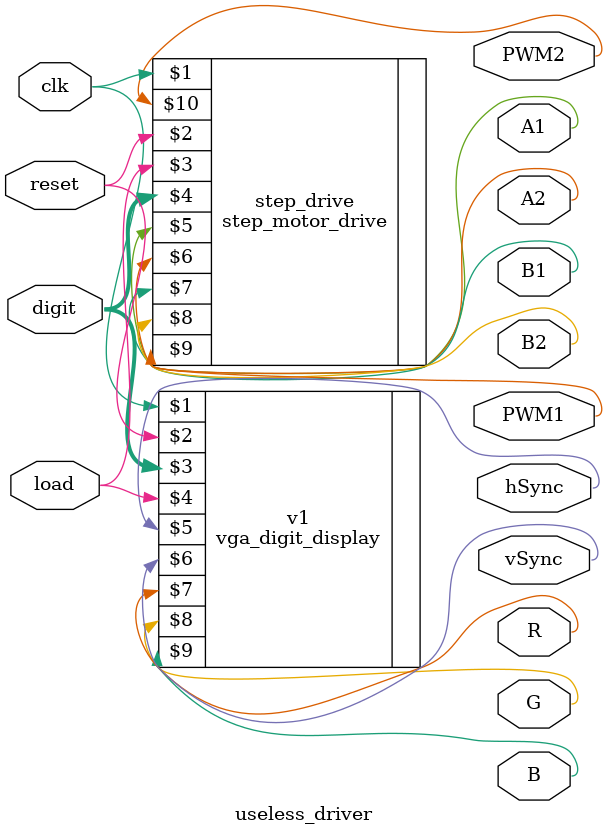
<source format=sv>

module useless_driver(input  logic       clk, reset,
			             input  logic [3:0] digit,
			             input  logic       load,
			             output logic       hSync, vSync, R, G, B,
			             output logic       A1, A2, B1, B2,
			             output logic       PWM1, PWM2);

		step_motor_drive  step_drive(clk, reset, load, digit, A1, A2, B1, B2, PWM1, PWM2);
		vga_digit_display v1(clk, reset, digit, load, hSync, vSync, R, G, B);

endmodule 
</source>
